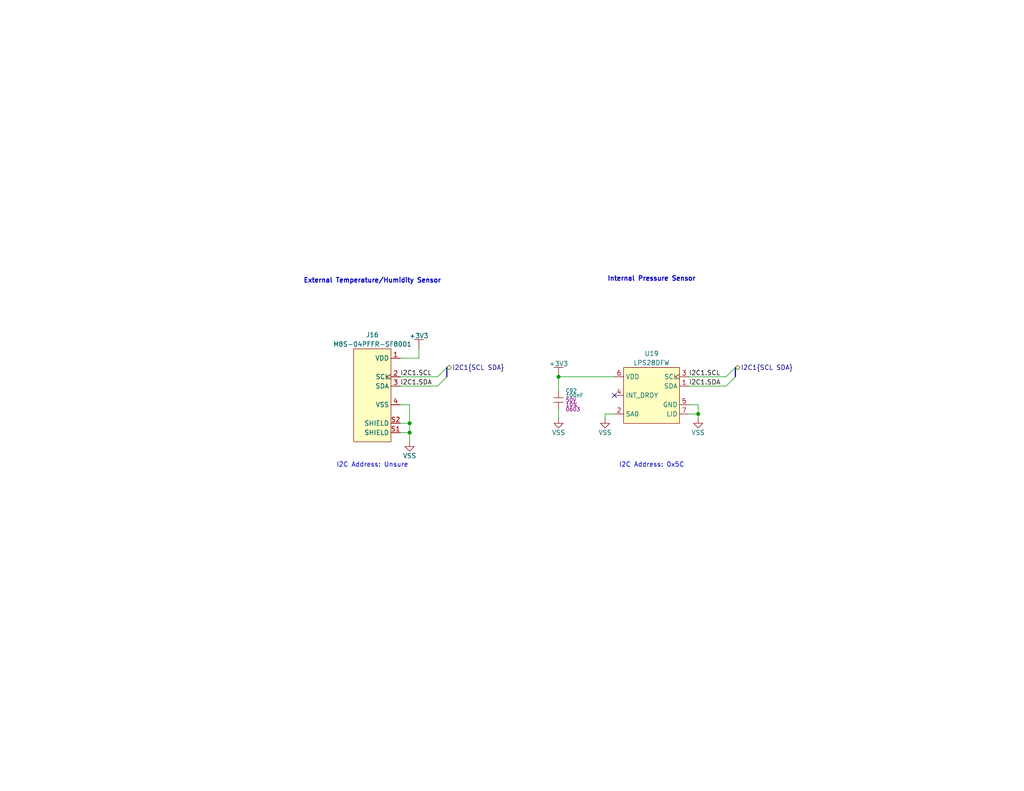
<source format=kicad_sch>
(kicad_sch (version 20250114) (generator "eeschema") (generator_version "9.0")
  (paper "USLetter")
  (title_block (title "Environmental Sensors") (date "2025-03-08") (rev "1") (comment 2 "PROTOTYPE") (comment 3 "2025"))
  (lib_symbols
    (symbol ".DS-Sensors:LPS28DFW"
      (property "Reference" "U?" (at 0 11.43 0))
      (property "Value" "LPS28DFW" (at 0 8.89 0))
      (symbol "LPS28DFW_0_0"
        (pin power_in line (at -10.16 5.08 0) (length 2.54) (name "VDD") (number "6"))
        (pin output line (at -10.16 0 0) (length 2.54) (name "INT_DRDY") (number "4"))
        (pin input line (at -10.16 -5.08 0) (length 2.54) (name "SA0") (number "2"))
        (pin bidirectional clock (at 10.16 5.08 180) (length 2.54) (name "SCL") (number "3"))
        (pin bidirectional line (at 10.16 2.54 180) (length 2.54) (name "SDA") (number "1"))
        (pin passive line (at 10.16 -2.54 180) (length 2.54) (name "GND") (number "5"))
      )
      (symbol "LPS28DFW_1_0"
        (pin passive line (at 10.16 -5.08 180) (length 2.54) (name "LID") (number "7"))
      )
      (symbol "LPS28DFW_1_1"
        (rectangle (start -7.62 7.62) (end 7.62 -7.62) (fill (type background)))
      )
    )
    (symbol "lib_sch:+3V3" (power) (pin_numbers (hide yes)) (pin_names (offset 0) (hide yes))
      (property "Value" "+3V3" (at 0 3.556 0))
      (symbol "+3V3_0_1"
        (polyline (pts (xy -1.27 2.54) (xy 0 2.54)))
        (polyline (pts (xy 0 2.54) (xy 1.27 2.54)))
        (polyline (pts (xy 0 0) (xy 0 2.54)))
      )
      (symbol "+3V3_1_1"
        (pin power_in line (at 0 0 90) (length 0) (name "~") (number "1"))
      )
    )
    (symbol "lib_sch:C" (pin_numbers (hide yes)) (pin_names (hide yes))
      (property "Reference" "C?" (at 1.905 2.54 0))
      (property "Value" "CAP" (at 1.905 1.27 0))
      (property "Tolerance" "TOL" (at 1.905 -1.27 0))
      (property "Voltage Rating" "VOLTAGE" (at 1.905 0 0))
      (property "Package" "PKG" (at 1.905 -2.54 0))
      (symbol "C_0_1"
        (polyline (pts (xy -1.27 0.635) (xy 1.27 0.635)))
        (polyline (pts (xy -1.27 -0.635) (xy 1.27 -0.635)))
      )
      (symbol "C_1_1"
        (pin passive line (at 0 2.54 270) (length 1.905) (name "") (number "1"))
        (pin passive line (at 0 -2.54 90) (length 1.905) (name "") (number "2"))
      )
    )
    (symbol "lib_sch:M8S-04PFFR-SF8001"
      (property "Reference" "J?" (at 0 16.51 0))
      (property "Value" "M8S-04PFFR-SF8001" (at 0 13.97 0))
      (symbol "M8S-04PFFR-SF8001_0_0"
        (pin power_out line (at 7.62 10.16 180) (length 2.54) (name "VDD") (number "1"))
        (pin bidirectional clock (at 7.62 5.08 180) (length 2.54) (name "SCL") (number "2"))
        (pin bidirectional line (at 7.62 2.54 180) (length 2.54) (name "SDA") (number "3"))
        (pin passive line (at 7.62 -2.54 180) (length 2.54) (name "VSS") (number "4"))
        (pin passive line (at 7.62 -7.62 180) (length 2.54) (name "SHIELD") (number "S2"))
        (pin passive line (at 7.62 -10.16 180) (length 2.54) (name "SHIELD") (number "S1"))
      )
      (symbol "M8S-04PFFR-SF8001_1_1"
        (rectangle (start -5.08 12.7) (end 5.08 -12.7) (fill (type background)))
      )
    )
    (symbol "lib_sch:VSS" (power) (pin_numbers (hide yes)) (pin_names (offset 0) (hide yes))
      (property "Value" "VSS" (at 0 -3.81 0))
      (symbol "VSS_0_1"
        (polyline (pts (xy 0 0) (xy 0 -1.27) (xy 1.27 -1.27) (xy 0 -2.54) (xy -1.27 -1.27) (xy 0 -1.27)))
      )
      (symbol "VSS_1_1"
        (pin power_in line (at 0 0 270) (length 0) (name "~") (number "1"))
      )
    )
  )
  (text "I2C Address: Unsure" (at 101.6 127 0) (effects (font (size 1.27 1.27) (thickness 0.1588))))
  (text "I2C Address: 0x5C" (at 177.8 127 0) (effects (font (size 1.27 1.27) (thickness 0.1588))))
  (text "Internal Pressure Sensor" (at 177.8 76.2 0) (effects (font (size 1.27 1.27) (thickness 0.254) (bold yes))))
  (text "External Temperature/Humidity Sensor" (at 101.6 76.708 0) (effects (font (size 1.27 1.27) (thickness 0.254) (bold yes))))
  (junction (at 152.4 102.87))
  (junction (at 111.76 118.11))
  (junction (at 111.76 115.57))
  (junction (at 190.5 113.03))
  (no_connect (at 167.64 107.95))
  (bus_entry (at 119.38 105.41) (size 2.54 -2.54))
  (bus_entry (at 119.38 102.87) (size 2.54 -2.54))
  (bus_entry (at 198.12 105.41) (size 2.54 -2.54))
  (bus_entry (at 198.12 102.87) (size 2.54 -2.54))
  (wire (pts (xy 187.96 110.49) (xy 190.5 110.49)))
  (wire (pts (xy 187.96 102.87) (xy 198.12 102.87)))
  (wire (pts (xy 111.76 120.65) (xy 111.76 118.11)))
  (wire (pts (xy 187.96 105.41) (xy 198.12 105.41)))
  (wire (pts (xy 109.22 110.49) (xy 111.76 110.49)))
  (wire (pts (xy 109.22 115.57) (xy 111.76 115.57)))
  (wire (pts (xy 152.4 111.76) (xy 152.4 114.3)))
  (wire (pts (xy 190.5 110.49) (xy 190.5 113.03)))
  (wire (pts (xy 152.4 106.68) (xy 152.4 102.87)))
  (wire (pts (xy 109.22 97.79) (xy 114.3 97.79)))
  (wire (pts (xy 190.5 114.3) (xy 190.5 113.03)))
  (wire (pts (xy 111.76 118.11) (xy 109.22 118.11)))
  (wire (pts (xy 165.1 113.03) (xy 167.64 113.03)))
  (wire (pts (xy 109.22 105.41) (xy 119.38 105.41)))
  (wire (pts (xy 114.3 97.79) (xy 114.3 95.25)))
  (bus (pts (xy 121.92 100.33) (xy 121.92 102.87)))
  (wire (pts (xy 190.5 113.03) (xy 187.96 113.03)))
  (wire (pts (xy 152.4 102.87) (xy 167.64 102.87)))
  (wire (pts (xy 109.22 102.87) (xy 119.38 102.87)))
  (bus (pts (xy 200.66 100.33) (xy 200.66 102.87)))
  (wire (pts (xy 165.1 114.3) (xy 165.1 113.03)))
  (wire (pts (xy 111.76 115.57) (xy 111.76 118.11)))
  (wire (pts (xy 111.76 110.49) (xy 111.76 115.57)))
  (label "I2C1.SCL" (at 187.96 102.87 0))
  (label "I2C1.SDA" (at 109.22 105.41 0))
  (label "I2C1.SCL" (at 109.22 102.87 0))
  (label "I2C1.SDA" (at 187.96 105.41 0))
  (hierarchical_label "I2C1{SCL SDA}" (shape bidirectional) (at 200.66 100.33 0))
  (hierarchical_label "I2C1{SCL SDA}" (shape bidirectional) (at 121.92 100.33 0))
  (symbol (lib_id "lib_sch:+3V3") (at 114.3 95.25 0) (unit 1)
    (property "Reference" "#PWR0185" (effects (hide yes)))
    (property "Value" "+3V3" (at 114.3 91.694 0))
  )
  (symbol (lib_id "lib_sch:VSS") (at 190.5 114.3 0) (unit 1)
    (property "Reference" "#PWR0189" (effects (hide yes)))
    (property "Value" "VSS" (at 190.5 118.11 0))
  )
  (symbol (lib_id "lib_sch:VSS") (at 152.4 114.3 0) (unit 1)
    (property "Reference" "#PWR0187" (effects (hide yes)))
    (property "Value" "VSS" (at 152.4 118.11 0))
  )
  (symbol (lib_id "lib_sch:VSS") (at 165.1 114.3 0) (unit 1)
    (property "Reference" "#PWR0188" (effects (hide yes)))
    (property "Value" "VSS" (at 165.1 118.11 0))
  )
  (symbol (lib_id "lib_sch:+3V3") (at 152.4 102.87 0) (unit 1)
    (property "Reference" "#PWR0186" (effects (hide yes)))
    (property "Value" "+3V3" (at 152.4 99.314 0))
  )
  (symbol (lib_id "lib_sch:VSS") (at 111.76 120.65 0) (unit 1)
    (property "Reference" "#PWR0190" (effects (hide yes)))
    (property "Value" "VSS" (at 111.76 124.46 0))
  )
  (symbol (lib_id "lib_sch:C") (at 152.4 109.22 0) (unit 1)
    (property "Reference" "C92" (at 154.305 106.68 0) (effects (font (size 1.016 1.016)) (justify left)))
    (property "Value" "100nF" (at 154.305 107.95 0) (effects (font (size 1.016 1.016)) (justify left)))
    (property "Datasheet" "datasheets/KYOCERA-AVX-MLCCKAM.pdf" (effects (hide yes)))
    (property "Description" "CAP CER 0.1UF 50V X7R 0603" (effects (hide yes)))
    (property "Manufacturer" "KYOCERA AVX" (effects (hide yes)))
    (property "MPN" "06035C104K4T2A" (effects (hide yes)))
    (property "DKPN" "478-KAM15AR71H104KTCT-ND" (effects (hide yes)))
    (property "Tolerance" "10%" (at 154.305 110.49 0) (effects (font (size 1.016 1.016)) (justify left)))
    (property "Voltage Rating" "50V" (at 154.305 109.22 0) (effects (font (size 1.016 1.016)) (justify left)))
    (property "Package" "0603" (at 154.305 111.76 0) (effects (font (size 1.016 1.016)) (justify left)))
  )
  (symbol (lib_id "lib_sch:M8S-04PFFR-SF8001") (at 101.6 107.95 0) (unit 1)
    (property "Reference" "J16" (at 101.6 91.44 0))
    (property "Value" "M8S-04PFFR-SF8001" (at 101.6 93.98 0))
    (property "Datasheet" "datasheets/Amphenol-M8S-04PFFR-SF8001.pdf" (effects (hide yes)))
    (property "Description" "CONN RCPT FMALE 4POS GOLD SOLDER" (effects (hide yes)))
    (property "Manufacturer" "Amphenol LTW" (effects (hide yes)))
    (property "MPN" "M8S-04PFFR-SF8001" (effects (hide yes)))
    (property "DKPN" "1754-1451-ND" (effects (hide yes)))
  )
  (symbol (lib_id ".DS-Sensors:LPS28DFW") (at 177.8 107.95 0) (unit 1)
    (property "Reference" "U19" (at 177.8 96.52 0))
    (property "Value" "LPS28DFW" (at 177.8 99.06 0))
    (property "Datasheet" "datasheets/ST-LPS28DFW.pdf" (effects (hide yes)))
    (property "Description" "SENSOR 58.89PSIA 24BIT CCLGA-7L" (effects (hide yes)))
    (property "Manufacturer" "STMicroelectronics" (effects (hide yes)))
    (property "MPN" "LPS28DFWTR" (effects (hide yes)))
    (property "DKPN" "497-LPS28DFWTRCT-ND" (effects (hide yes)))
  )
)
</source>
